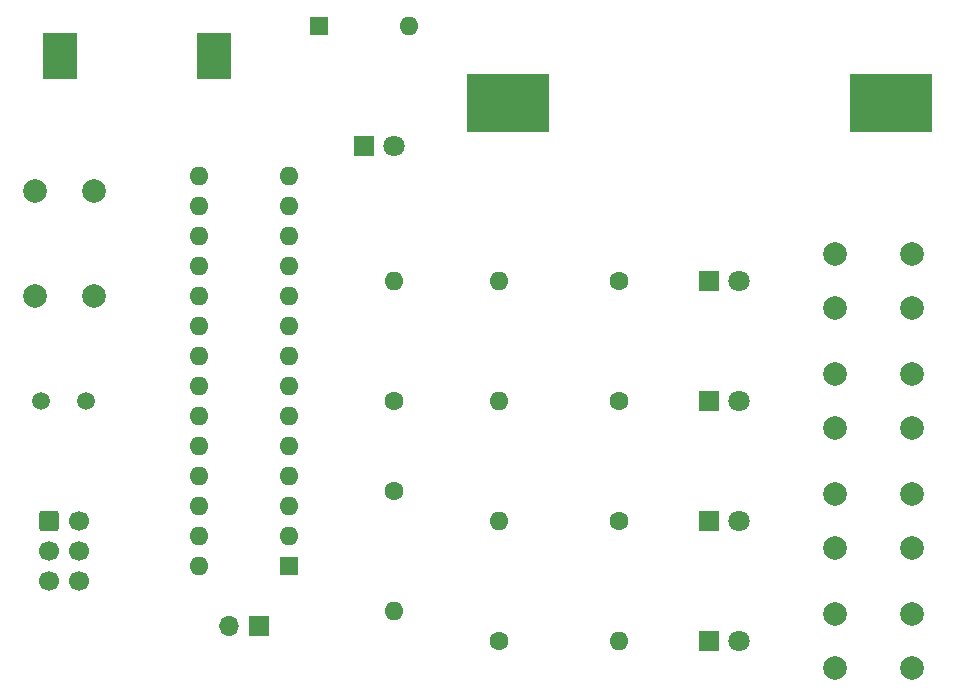
<source format=gbr>
%TF.GenerationSoftware,KiCad,Pcbnew,(6.0.0)*%
%TF.CreationDate,2022-04-21T14:56:22-04:00*%
%TF.ProjectId,DIY,4449592e-6b69-4636-9164-5f7063625858,rev?*%
%TF.SameCoordinates,Original*%
%TF.FileFunction,Soldermask,Top*%
%TF.FilePolarity,Negative*%
%FSLAX46Y46*%
G04 Gerber Fmt 4.6, Leading zero omitted, Abs format (unit mm)*
G04 Created by KiCad (PCBNEW (6.0.0)) date 2022-04-21 14:56:22*
%MOMM*%
%LPD*%
G01*
G04 APERTURE LIST*
G04 Aperture macros list*
%AMRoundRect*
0 Rectangle with rounded corners*
0 $1 Rounding radius*
0 $2 $3 $4 $5 $6 $7 $8 $9 X,Y pos of 4 corners*
0 Add a 4 corners polygon primitive as box body*
4,1,4,$2,$3,$4,$5,$6,$7,$8,$9,$2,$3,0*
0 Add four circle primitives for the rounded corners*
1,1,$1+$1,$2,$3*
1,1,$1+$1,$4,$5*
1,1,$1+$1,$6,$7*
1,1,$1+$1,$8,$9*
0 Add four rect primitives between the rounded corners*
20,1,$1+$1,$2,$3,$4,$5,0*
20,1,$1+$1,$4,$5,$6,$7,0*
20,1,$1+$1,$6,$7,$8,$9,0*
20,1,$1+$1,$8,$9,$2,$3,0*%
G04 Aperture macros list end*
%ADD10R,7.000000X5.000000*%
%ADD11R,3.000000X4.000000*%
%ADD12R,1.600000X1.600000*%
%ADD13O,1.600000X1.600000*%
%ADD14C,2.000000*%
%ADD15RoundRect,0.250000X-0.600000X-0.600000X0.600000X-0.600000X0.600000X0.600000X-0.600000X0.600000X0*%
%ADD16C,1.700000*%
%ADD17R,1.700000X1.700000*%
%ADD18O,1.700000X1.700000*%
%ADD19C,1.500000*%
%ADD20R,1.800000X1.800000*%
%ADD21C,1.800000*%
%ADD22C,1.600000*%
G04 APERTURE END LIST*
D10*
%TO.C,BT1*%
X111308000Y-95375000D03*
X143708000Y-95375000D03*
%TD*%
D11*
%TO.C,LS1*%
X86360000Y-91440000D03*
X73360000Y-91440000D03*
%TD*%
D12*
%TO.C,SW5*%
X95250000Y-88900000D03*
D13*
X102870000Y-88900000D03*
%TD*%
D14*
%TO.C,C2*%
X71200000Y-102870000D03*
X76200000Y-102870000D03*
%TD*%
%TO.C,C1*%
X71200000Y-111760000D03*
X76200000Y-111760000D03*
%TD*%
D15*
%TO.C,J1*%
X72390000Y-130810000D03*
D16*
X72390000Y-133350000D03*
X72390000Y-135890000D03*
X74930000Y-130810000D03*
X74930000Y-133350000D03*
X74930000Y-135890000D03*
%TD*%
D17*
%TO.C,TEST*%
X90170000Y-139700000D03*
D18*
X87630000Y-139700000D03*
%TD*%
D19*
%TO.C,Y1*%
X71760000Y-120650000D03*
X75560000Y-120650000D03*
%TD*%
D20*
%TO.C,D5*%
X99060000Y-99060000D03*
D21*
X101600000Y-99060000D03*
%TD*%
D12*
%TO.C,U1*%
X92710000Y-134620000D03*
D13*
X85090000Y-101600000D03*
X92710000Y-132080000D03*
X85090000Y-104140000D03*
X92710000Y-129540000D03*
X85090000Y-106680000D03*
X92710000Y-127000000D03*
X85090000Y-109220000D03*
X92710000Y-124460000D03*
X85090000Y-111760000D03*
X92710000Y-121920000D03*
X85090000Y-114300000D03*
X92710000Y-119380000D03*
X85090000Y-116840000D03*
X92710000Y-116840000D03*
X85090000Y-119380000D03*
X92710000Y-114300000D03*
X85090000Y-121920000D03*
X92710000Y-111760000D03*
X85090000Y-124460000D03*
X92710000Y-109220000D03*
X85090000Y-127000000D03*
X92710000Y-106680000D03*
X85090000Y-129540000D03*
X92710000Y-104140000D03*
X85090000Y-132080000D03*
X92710000Y-101600000D03*
X85090000Y-134620000D03*
%TD*%
D22*
%TO.C,R6*%
X101600000Y-128270000D03*
D13*
X101600000Y-138430000D03*
%TD*%
D22*
%TO.C,R5*%
X101600000Y-120650000D03*
D13*
X101600000Y-110490000D03*
%TD*%
D14*
%TO.C,SW4*%
X145490000Y-138720000D03*
X145490000Y-143220000D03*
X138990000Y-138720000D03*
X138990000Y-143220000D03*
%TD*%
%TO.C,SW3*%
X138990000Y-133060000D03*
X138990000Y-128560000D03*
X145490000Y-133060000D03*
X145490000Y-128560000D03*
%TD*%
%TO.C,SW2*%
X138990000Y-122900000D03*
X138990000Y-118400000D03*
X145490000Y-122900000D03*
X145490000Y-118400000D03*
%TD*%
%TO.C,SW1*%
X138990000Y-112740000D03*
X138990000Y-108240000D03*
X145490000Y-112740000D03*
X145490000Y-108240000D03*
%TD*%
D20*
%TO.C,D4*%
X128270000Y-110490000D03*
D21*
X130810000Y-110490000D03*
%TD*%
D20*
%TO.C,D3*%
X128270000Y-120650000D03*
D21*
X130810000Y-120650000D03*
%TD*%
D20*
%TO.C,D2*%
X128270000Y-130810000D03*
D21*
X130810000Y-130810000D03*
%TD*%
D20*
%TO.C,D1*%
X128270000Y-140970000D03*
D21*
X130810000Y-140970000D03*
%TD*%
D22*
%TO.C,R4*%
X120650000Y-110490000D03*
D13*
X110490000Y-110490000D03*
%TD*%
D22*
%TO.C,R3*%
X120650000Y-120650000D03*
D13*
X110490000Y-120650000D03*
%TD*%
%TO.C,R2*%
X110490000Y-130810000D03*
D22*
X120650000Y-130810000D03*
%TD*%
D13*
%TO.C,R1*%
X120650000Y-140970000D03*
D22*
X110490000Y-140970000D03*
%TD*%
M02*

</source>
